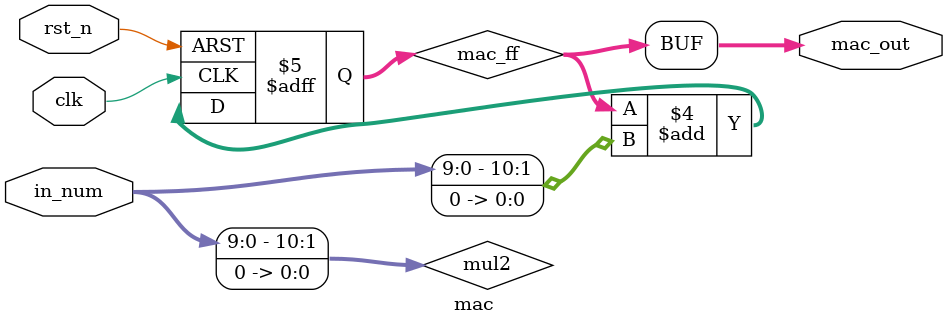
<source format=sv>
/*-----------------------------------------------------------------------
Problem restated

Input: 10-bit unsigned

Operation every cycle:
accumulator = accumulator + (input × 2)

Multiplying by 2 is just a left shift by 1.

Bit-width planning (important)

10-bit input range:
0 … 1023

After ×2:
0 … 2046 → 11 bits

Accumulator width depends on how many cycles you want to support.
For example:

10 cycles → max = 2046 × 10 = 20460 → needs 15 bits

To be safe, we’ll use 16 bits
-----------------------------------------------------------------------*/

module mac (
  input wire clk,
  input wire rst_n,

  input wire [9:0] in_num,
  output logic [14:0] mac_out    //Assuming accumulation for 10 clk cyles
);

  logic [10:0] mul2;
  assign mul2 = in_num << 1;

  logic [14:0] mac_ff;

  always_ff @(posedge clk or negedge rst_n) begin
    if(!rst_n)
      mac_ff <= '0;
    else
      mac_ff <= mac_ff + mul2;
  end

  assign mac_out = mac_ff;

endmodule

</source>
